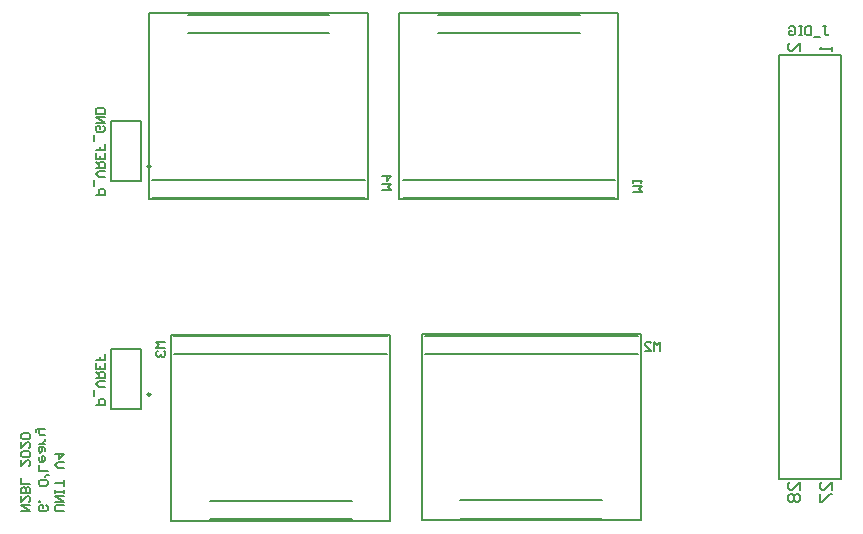
<source format=gbo>
G04*
G04 #@! TF.GenerationSoftware,Altium Limited,Altium Designer,20.0.14 (345)*
G04*
G04 Layer_Color=32896*
%FSLAX25Y25*%
%MOIN*%
G70*
G01*
G75*
%ADD57C,0.00500*%
%ADD58C,0.00787*%
%ADD59C,0.00600*%
%ADD60C,0.00984*%
D57*
X382741Y169224D02*
X455741D01*
X382741Y107224D02*
Y169224D01*
Y107224D02*
X455741D01*
Y169224D01*
X473727Y183D02*
Y62182D01*
X546727D01*
Y183D02*
Y62182D01*
X473727Y183D02*
X546727D01*
X466241Y169224D02*
X539241D01*
X466241Y107224D02*
Y169224D01*
Y107224D02*
X539241D01*
Y169224D01*
X390227Y141D02*
Y62141D01*
X463227D01*
Y141D02*
Y62141D01*
X390227Y141D02*
X463227D01*
X354330Y3182D02*
X351831D01*
X351331Y3682D01*
Y4682D01*
X351831Y5182D01*
X354330D01*
X351331Y6182D02*
X354330D01*
X351331Y8181D01*
X354330D01*
Y9181D02*
Y10180D01*
Y9680D01*
X351331D01*
Y9181D01*
Y10180D01*
X354330Y11680D02*
Y13679D01*
Y12679D01*
X351331D01*
X354330Y17678D02*
X352331D01*
X351331Y18677D01*
X352331Y19677D01*
X354330D01*
X351331Y22176D02*
X354330D01*
X352830Y20677D01*
Y22676D01*
X348531Y5182D02*
X349031Y4682D01*
Y3682D01*
X348531Y3182D01*
X346532D01*
X346032Y3682D01*
Y4682D01*
X346532Y5182D01*
X347532D01*
Y4182D01*
X346032Y6182D02*
X346532D01*
Y6681D01*
X346032D01*
Y6182D01*
X349031Y13179D02*
Y12180D01*
X348531Y11680D01*
X346532D01*
X346032Y12180D01*
Y13179D01*
X346532Y13679D01*
X348531D01*
X349031Y13179D01*
X349531Y15179D02*
X348531D01*
X348032Y14679D01*
X349031Y16678D02*
X346032D01*
Y18677D01*
Y21177D02*
Y20177D01*
X346532Y19677D01*
X347532D01*
X348032Y20177D01*
Y21177D01*
X347532Y21677D01*
X347032D01*
Y19677D01*
X348032Y23176D02*
Y24176D01*
X347532Y24676D01*
X346032D01*
Y23176D01*
X346532Y22676D01*
X347032Y23176D01*
Y24676D01*
X348032Y25675D02*
X346032D01*
X347032D01*
X347532Y26175D01*
X348032Y26675D01*
Y27175D01*
Y28674D02*
X346532D01*
X346032Y29174D01*
Y30674D01*
X345532D01*
X345033Y30174D01*
Y29674D01*
X346032Y30674D02*
X348032D01*
X340234Y3182D02*
X343233D01*
X340234Y5182D01*
X343233D01*
X340234Y8181D02*
Y6182D01*
X342233Y8181D01*
X342733D01*
X343233Y7681D01*
Y6681D01*
X342733Y6182D01*
X343233Y9181D02*
X340234D01*
Y10680D01*
X340734Y11180D01*
X341233D01*
X341733Y10680D01*
Y9181D01*
Y10680D01*
X342233Y11180D01*
X342733D01*
X343233Y10680D01*
Y9181D01*
Y12180D02*
X340234D01*
Y14179D01*
Y20177D02*
Y18178D01*
X342233Y20177D01*
X342733D01*
X343233Y19677D01*
Y18677D01*
X342733Y18178D01*
Y21177D02*
X343233Y21677D01*
Y22676D01*
X342733Y23176D01*
X340734D01*
X340234Y22676D01*
Y21677D01*
X340734Y21177D01*
X342733D01*
X340234Y26175D02*
Y24176D01*
X342233Y26175D01*
X342733D01*
X343233Y25675D01*
Y24676D01*
X342733Y24176D01*
Y27175D02*
X343233Y27675D01*
Y28674D01*
X342733Y29174D01*
X340734D01*
X340234Y28674D01*
Y27675D01*
X340734Y27175D01*
X342733D01*
X388233Y59682D02*
X385234D01*
X386234Y58682D01*
X385234Y57682D01*
X388233D01*
X385734Y56683D02*
X385234Y56183D01*
Y55183D01*
X385734Y54683D01*
X386234D01*
X386734Y55183D01*
Y55683D01*
Y55183D01*
X387233Y54683D01*
X387733D01*
X388233Y55183D01*
Y56183D01*
X387733Y56683D01*
X544234Y109683D02*
X547233D01*
X546234Y110683D01*
X547233Y111682D01*
X544234D01*
Y112682D02*
Y113682D01*
Y113182D01*
X547233D01*
X546733Y112682D01*
X364984Y38685D02*
X367983D01*
Y40185D01*
X367483Y40685D01*
X366484D01*
X365984Y40185D01*
Y38685D01*
X364484Y41684D02*
Y43684D01*
X367983Y44683D02*
X365984D01*
X364984Y45683D01*
X365984Y46683D01*
X367983D01*
X364984Y47682D02*
X367983D01*
Y49182D01*
X367483Y49682D01*
X366484D01*
X365984Y49182D01*
Y47682D01*
Y48682D02*
X364984Y49682D01*
X367983Y52681D02*
Y50681D01*
X364984D01*
Y52681D01*
X366484Y50681D02*
Y51681D01*
X367983Y55680D02*
Y53680D01*
X366484D01*
Y54680D01*
Y53680D01*
X364984D01*
X364984Y108687D02*
X367983D01*
Y110187D01*
X367483Y110687D01*
X366484D01*
X365984Y110187D01*
Y108687D01*
X364484Y111686D02*
Y113686D01*
X367983Y114685D02*
X365984D01*
X364984Y115685D01*
X365984Y116685D01*
X367983D01*
X364984Y117684D02*
X367983D01*
Y119184D01*
X367483Y119684D01*
X366484D01*
X365984Y119184D01*
Y117684D01*
Y118684D02*
X364984Y119684D01*
X367983Y122683D02*
Y120683D01*
X364984D01*
Y122683D01*
X366484Y120683D02*
Y121683D01*
X367983Y125682D02*
Y123682D01*
X366484D01*
Y124682D01*
Y123682D01*
X364984D01*
X364484Y126681D02*
Y128681D01*
X367483Y131680D02*
X367983Y131180D01*
Y130180D01*
X367483Y129680D01*
X365484D01*
X364984Y130180D01*
Y131180D01*
X365484Y131680D01*
X366484D01*
Y130680D01*
X364984Y132679D02*
X367983D01*
X364984Y134679D01*
X367983D01*
Y135679D02*
X364984D01*
Y137178D01*
X365484Y137678D01*
X367483D01*
X367983Y137178D01*
Y135679D01*
X553233Y56683D02*
Y59682D01*
X552233Y58682D01*
X551234Y59682D01*
Y56683D01*
X548235D02*
X550234D01*
X548235Y58682D01*
Y59182D01*
X548734Y59682D01*
X549734D01*
X550234Y59182D01*
X460483Y110432D02*
X463482D01*
X462483Y111431D01*
X463482Y112431D01*
X460483D01*
Y114930D02*
X463482D01*
X461983Y113431D01*
Y115430D01*
X607482Y164932D02*
X608482D01*
X607982D01*
Y162433D01*
X608482Y161933D01*
X608982D01*
X609481Y162433D01*
X606483Y161433D02*
X604483D01*
X603483Y164932D02*
Y161933D01*
X601984D01*
X601484Y162433D01*
Y164432D01*
X601984Y164932D01*
X603483D01*
X600484D02*
X599485D01*
X599985D01*
Y161933D01*
X600484D01*
X599485D01*
X595986Y164432D02*
X596486Y164932D01*
X597485D01*
X597985Y164432D01*
Y162433D01*
X597485Y161933D01*
X596486D01*
X595986Y162433D01*
Y163432D01*
X596986D01*
D58*
X383823Y113775D02*
X454691D01*
X383823Y107673D02*
X454691D01*
X395657Y168692D02*
X442901D01*
X395657Y162590D02*
X442901D01*
X486566Y6816D02*
X533811D01*
X486566Y714D02*
X533811D01*
X474776Y61734D02*
X545644D01*
X474776Y55631D02*
X545644D01*
X467323Y113775D02*
X538191D01*
X467323Y107673D02*
X538191D01*
X479157Y168692D02*
X526401D01*
X479157Y162590D02*
X526401D01*
X403066Y6775D02*
X450311D01*
X403066Y673D02*
X450311D01*
X391276Y61692D02*
X462144D01*
X391276Y55590D02*
X462144D01*
X370234Y133183D02*
X380234D01*
X370234Y113182D02*
Y133183D01*
Y113182D02*
X380234D01*
Y133183D01*
X370234Y57183D02*
X380234D01*
X370234Y37183D02*
Y57183D01*
Y37183D02*
X380234D01*
Y57183D01*
X592938Y14092D02*
X613529D01*
X592938D02*
Y155273D01*
X613529Y14092D02*
Y155273D01*
X592938D02*
X613529D01*
D59*
X599690Y10206D02*
Y12871D01*
X597025Y10206D01*
X596358D01*
X595692Y10872D01*
Y12205D01*
X596358Y12871D01*
Y8873D02*
X595692Y8206D01*
Y6873D01*
X596358Y6207D01*
X597025D01*
X597691Y6873D01*
X598357Y6207D01*
X599024D01*
X599690Y6873D01*
Y8206D01*
X599024Y8873D01*
X598357D01*
X597691Y8206D01*
X597025Y8873D01*
X596358D01*
X597691Y8206D02*
Y6873D01*
X610320Y10206D02*
Y12871D01*
X607654Y10206D01*
X606988D01*
X606322Y10872D01*
Y12205D01*
X606988Y12871D01*
X606322Y8873D02*
Y6207D01*
X606988D01*
X609654Y8873D01*
X610320D01*
X599690Y156584D02*
Y159249D01*
X597025Y156584D01*
X596358D01*
X595692Y157250D01*
Y158583D01*
X596358Y159249D01*
X610320Y158068D02*
Y156735D01*
Y157402D01*
X606322D01*
X606988Y158068D01*
D60*
X383285Y118183D02*
G03*
X383285Y118183I-492J0D01*
G01*
Y42182D02*
G03*
X383285Y42182I-492J0D01*
G01*
M02*

</source>
